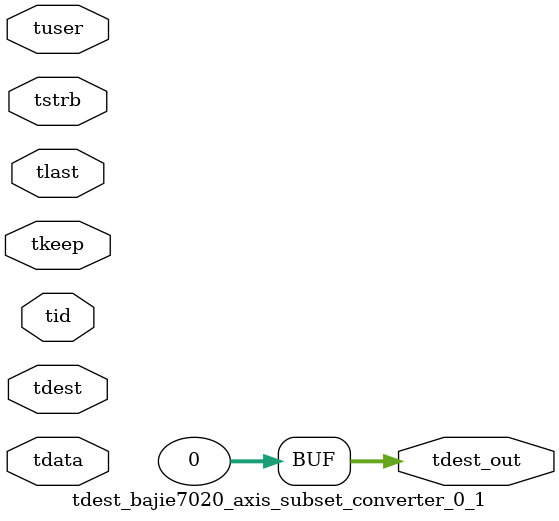
<source format=v>


`timescale 1ps/1ps

module tdest_bajie7020_axis_subset_converter_0_1 #
(
parameter C_S_AXIS_TDATA_WIDTH = 32,
parameter C_S_AXIS_TUSER_WIDTH = 0,
parameter C_S_AXIS_TID_WIDTH   = 0,
parameter C_S_AXIS_TDEST_WIDTH = 0,
parameter C_M_AXIS_TDEST_WIDTH = 32
)
(
input  [(C_S_AXIS_TDATA_WIDTH == 0 ? 1 : C_S_AXIS_TDATA_WIDTH)-1:0     ] tdata,
input  [(C_S_AXIS_TUSER_WIDTH == 0 ? 1 : C_S_AXIS_TUSER_WIDTH)-1:0     ] tuser,
input  [(C_S_AXIS_TID_WIDTH   == 0 ? 1 : C_S_AXIS_TID_WIDTH)-1:0       ] tid,
input  [(C_S_AXIS_TDEST_WIDTH == 0 ? 1 : C_S_AXIS_TDEST_WIDTH)-1:0     ] tdest,
input  [(C_S_AXIS_TDATA_WIDTH/8)-1:0 ] tkeep,
input  [(C_S_AXIS_TDATA_WIDTH/8)-1:0 ] tstrb,
input                                                                    tlast,
output [C_M_AXIS_TDEST_WIDTH-1:0] tdest_out
);

assign tdest_out = {1'b0};

endmodule


</source>
